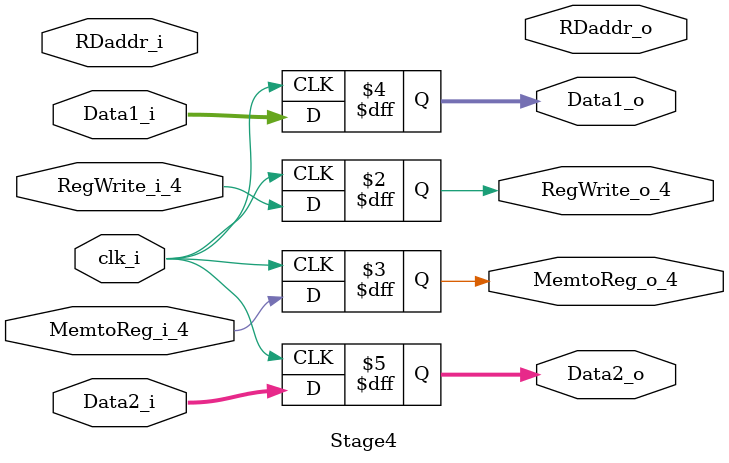
<source format=v>
module Stage4(
	clk_i,
	RegWrite_i_4,
	MemtoReg_i_4,
	RegWrite_o_4,
	MemtoReg_o_4,
	Data1_i,
	Data1_o,
    Data2_i,
	Data2_o,
    RDaddr_i,
    RDaddr_o
);

input	      RegWrite_i_4,MemtoReg_i_4,clk_i;
output	      RegWrite_o_4,MemtoReg_o_4;
input  [31:0] Data1_i, Data2_i;
output [31:0] Data1_o, Data2_o;
input  [4:0]  RDaddr_i;
output [4:0]  RDaddr_o;

reg    		  RegWrite_o_4, MemtoReg_o_4;
reg    [31:0] Data1_o, Data2_o;
reg	   [4:0]  RDaddr_o;

always @(posedge clk_i) begin
	RegWrite_o_4 = RegWrite_i_4;
	MemtoReg_o_4 = MemtoReg_i_4;
	Data1_o = Data1_i;
	Data2_o = Data2_i;
	Rdaddr_o = Rdaddr_o;
end

endmodule
</source>
